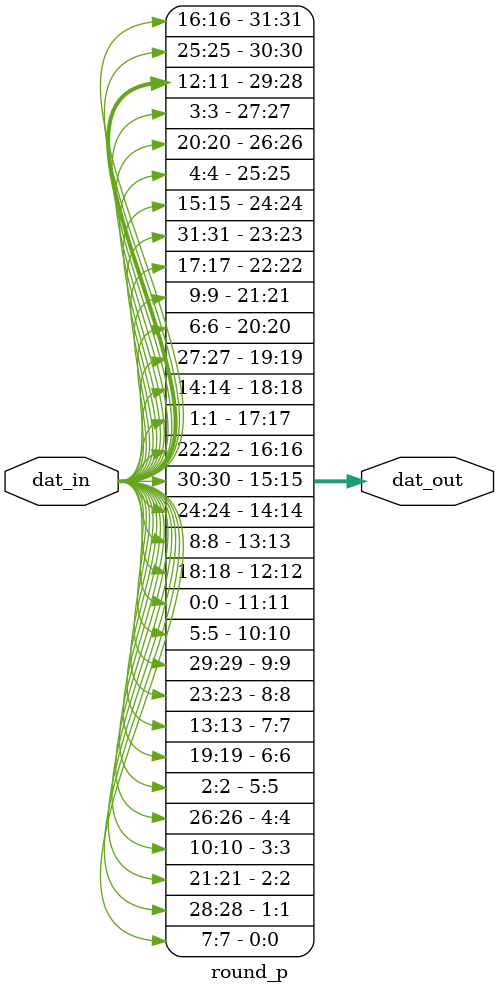
<source format=v>
`timescale 1ns / 1ps


module round_p(
    input  [31:0] dat_in,
    output [31:0] dat_out
    );

assign dat_out = {dat_in[16], dat_in[25], dat_in[12], dat_in[11], dat_in[3], dat_in[20], dat_in[4], dat_in[15], dat_in[31], dat_in[17], dat_in[9], dat_in[6], dat_in[27], dat_in[14], dat_in[1], dat_in[22], dat_in[30], dat_in[24], dat_in[8], dat_in[18], dat_in[0], dat_in[5], dat_in[29], dat_in[23], dat_in[13], dat_in[19], dat_in[2], dat_in[26], dat_in[10], dat_in[21], dat_in[28], dat_in[7]};

endmodule

</source>
